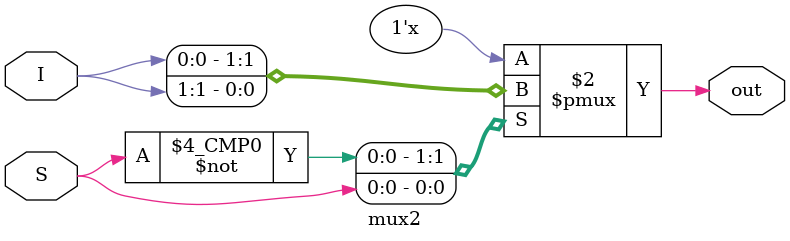
<source format=v>
module testbed;
    reg [1:0]In;
    reg S;
    wire out;

    mux2 m2(.I(In), .S(S), .out(out));
    initial begin
        In = 2'b01;
        $monitor($time, " S = %b, out = %b", S, out);
        S = 0; #10
        S = 1; #10
        $finish;
    end

endmodule


module mux2(
    input [1:0]I,
    input S,
    output reg out);

always @(*)
    case(S)
        0: out = I[0];
        1: out = I[1];
        default : out = 1'bx;
    endcase
endmodule
</source>
